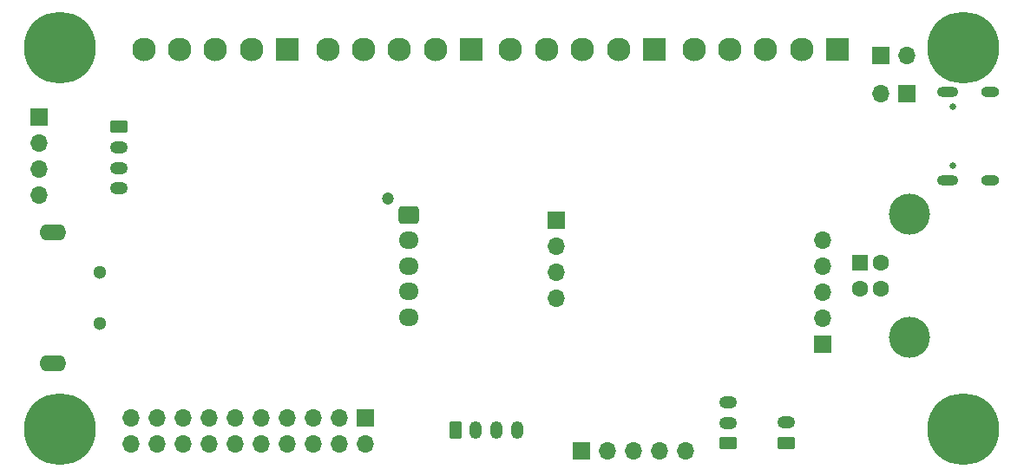
<source format=gbr>
%TF.GenerationSoftware,KiCad,Pcbnew,(7.0.0-0)*%
%TF.CreationDate,2023-09-11T01:39:21-06:00*%
%TF.ProjectId,ReflexFightingBoard,5265666c-6578-4466-9967-6874696e6742,rev?*%
%TF.SameCoordinates,Original*%
%TF.FileFunction,Soldermask,Bot*%
%TF.FilePolarity,Negative*%
%FSLAX46Y46*%
G04 Gerber Fmt 4.6, Leading zero omitted, Abs format (unit mm)*
G04 Created by KiCad (PCBNEW (7.0.0-0)) date 2023-09-11 01:39:21*
%MOMM*%
%LPD*%
G01*
G04 APERTURE LIST*
G04 Aperture macros list*
%AMRoundRect*
0 Rectangle with rounded corners*
0 $1 Rounding radius*
0 $2 $3 $4 $5 $6 $7 $8 $9 X,Y pos of 4 corners*
0 Add a 4 corners polygon primitive as box body*
4,1,4,$2,$3,$4,$5,$6,$7,$8,$9,$2,$3,0*
0 Add four circle primitives for the rounded corners*
1,1,$1+$1,$2,$3*
1,1,$1+$1,$4,$5*
1,1,$1+$1,$6,$7*
1,1,$1+$1,$8,$9*
0 Add four rect primitives between the rounded corners*
20,1,$1+$1,$2,$3,$4,$5,0*
20,1,$1+$1,$4,$5,$6,$7,0*
20,1,$1+$1,$6,$7,$8,$9,0*
20,1,$1+$1,$8,$9,$2,$3,0*%
G04 Aperture macros list end*
%ADD10R,1.700000X1.700000*%
%ADD11O,1.700000X1.700000*%
%ADD12RoundRect,0.249999X-0.625001X0.350001X-0.625001X-0.350001X0.625001X-0.350001X0.625001X0.350001X0*%
%ADD13O,1.750000X1.200000*%
%ADD14RoundRect,0.250000X0.625000X-0.350000X0.625000X0.350000X-0.625000X0.350000X-0.625000X-0.350000X0*%
%ADD15R,2.300000X2.300000*%
%ADD16C,2.300000*%
%ADD17C,7.000000*%
%ADD18C,1.300000*%
%ADD19O,2.610000X1.600000*%
%ADD20RoundRect,0.250000X-0.350000X-0.625000X0.350000X-0.625000X0.350000X0.625000X-0.350000X0.625000X0*%
%ADD21O,1.200000X1.750000*%
%ADD22R,1.600000X1.600000*%
%ADD23C,1.600000*%
%ADD24C,4.000000*%
%ADD25C,1.200000*%
%ADD26RoundRect,0.250000X-0.725000X0.600000X-0.725000X-0.600000X0.725000X-0.600000X0.725000X0.600000X0*%
%ADD27O,1.950000X1.700000*%
%ADD28C,0.650000*%
%ADD29O,2.100000X1.000000*%
%ADD30O,1.800000X1.000000*%
G04 APERTURE END LIST*
D10*
%TO.C,J2*%
X137159999Y-119379999D03*
D11*
X137159999Y-121919999D03*
X134619999Y-119379999D03*
X134619999Y-121919999D03*
X132079999Y-119379999D03*
X132079999Y-121919999D03*
X129539999Y-119379999D03*
X129539999Y-121919999D03*
X126999999Y-119379999D03*
X126999999Y-121919999D03*
X124459999Y-119379999D03*
X124459999Y-121919999D03*
X121919999Y-119379999D03*
X121919999Y-121919999D03*
X119379999Y-119379999D03*
X119379999Y-121919999D03*
X116839999Y-119379999D03*
X116839999Y-121919999D03*
X114299999Y-119379999D03*
X114299999Y-121919999D03*
%TD*%
D12*
%TO.C,J1*%
X113100000Y-90982800D03*
D13*
X113099999Y-92982799D03*
X113099999Y-94982799D03*
X113099999Y-96982799D03*
%TD*%
D14*
%TO.C,J3*%
X178225000Y-121850000D03*
D13*
X178224999Y-119849999D03*
%TD*%
D15*
%TO.C,J5*%
X165324999Y-83449999D03*
D16*
X161825000Y-83450000D03*
X158325000Y-83450000D03*
X154825000Y-83450000D03*
X151325000Y-83450000D03*
%TD*%
D15*
%TO.C,J6*%
X147474999Y-83449999D03*
D16*
X143975000Y-83450000D03*
X140475000Y-83450000D03*
X136975000Y-83450000D03*
X133475000Y-83450000D03*
%TD*%
D15*
%TO.C,J7*%
X129524999Y-83449999D03*
D16*
X126025000Y-83450000D03*
X122525000Y-83450000D03*
X119025000Y-83450000D03*
X115525000Y-83450000D03*
%TD*%
D15*
%TO.C,J8*%
X183199999Y-83449999D03*
D16*
X179700000Y-83450000D03*
X176200000Y-83450000D03*
X172700000Y-83450000D03*
X169200000Y-83450000D03*
%TD*%
D17*
%TO.C,H1*%
X107378000Y-83200000D03*
%TD*%
%TO.C,H3*%
X107378000Y-120460000D03*
%TD*%
%TO.C,H4*%
X195517000Y-120460000D03*
%TD*%
%TO.C,H2*%
X195517000Y-83248000D03*
%TD*%
D10*
%TO.C,J20*%
X187399999Y-84001951D03*
D11*
X189939999Y-84001951D03*
%TD*%
D18*
%TO.C,J9*%
X111212500Y-105150000D03*
X111212500Y-110150000D03*
D19*
X106702499Y-101249999D03*
X106702499Y-114049999D03*
%TD*%
D20*
%TO.C,J21*%
X145925000Y-120550000D03*
D21*
X147924999Y-120549999D03*
X149924999Y-120549999D03*
X151924999Y-120549999D03*
%TD*%
D14*
%TO.C,J11*%
X172575000Y-121875000D03*
D13*
X172574999Y-119874999D03*
X172574999Y-117874999D03*
%TD*%
D10*
%TO.C,J14*%
X189999999Y-87699999D03*
D11*
X187459999Y-87699999D03*
%TD*%
D22*
%TO.C,J16*%
X185399999Y-104249999D03*
D23*
X185400000Y-106750000D03*
X187400000Y-106750000D03*
X187400000Y-104250000D03*
D24*
X190260000Y-99500000D03*
X190260000Y-111500000D03*
%TD*%
D10*
%TO.C,J19*%
X105299999Y-89999999D03*
D11*
X105299999Y-92539999D03*
X105299999Y-95079999D03*
X105299999Y-97619999D03*
%TD*%
D10*
%TO.C,J22*%
X158224999Y-122574999D03*
D11*
X160764999Y-122574999D03*
X163304999Y-122574999D03*
X165844999Y-122574999D03*
X168384999Y-122574999D03*
%TD*%
D10*
%TO.C,J10*%
X155799999Y-100074999D03*
D11*
X155799999Y-102614999D03*
X155799999Y-105154999D03*
X155799999Y-107694999D03*
%TD*%
D25*
%TO.C,J17*%
X139350000Y-97950000D03*
D26*
X141350000Y-99550000D03*
D27*
X141349999Y-102049999D03*
X141349999Y-104549999D03*
X141349999Y-107049999D03*
X141349999Y-109549999D03*
%TD*%
D28*
%TO.C,J15*%
X194443337Y-94764000D03*
X194493337Y-88984000D03*
D29*
X193943336Y-96193999D03*
D30*
X198093336Y-96193999D03*
D29*
X193943336Y-87553999D03*
D30*
X198093336Y-87553999D03*
%TD*%
D10*
%TO.C,J24*%
X181799999Y-112199999D03*
D11*
X181799999Y-109659999D03*
X181799999Y-107119999D03*
X181799999Y-104579999D03*
X181799999Y-102039999D03*
%TD*%
M02*

</source>
